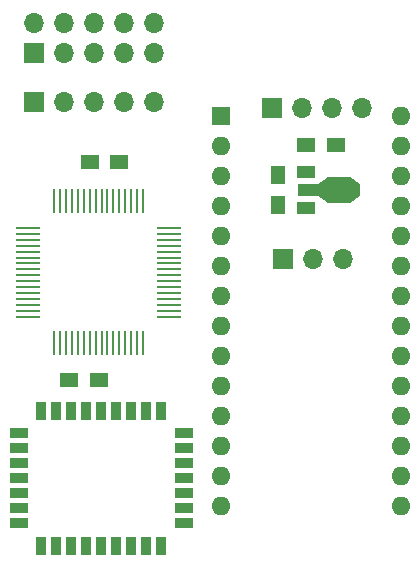
<source format=gts>
G04 #@! TF.FileFunction,Soldermask,Top*
%FSLAX46Y46*%
G04 Gerber Fmt 4.6, Leading zero omitted, Abs format (unit mm)*
G04 Created by KiCad (PCBNEW 4.0.6) date Saturday, October 28, 2017 'PMt' 05:20:16 PM*
%MOMM*%
%LPD*%
G01*
G04 APERTURE LIST*
%ADD10C,0.100000*%
%ADD11R,1.500000X1.250000*%
%ADD12R,2.000000X0.250000*%
%ADD13R,0.250000X2.000000*%
%ADD14R,1.700000X1.700000*%
%ADD15O,1.700000X1.700000*%
%ADD16R,1.600000X1.600000*%
%ADD17O,1.600000X1.600000*%
%ADD18R,0.812800X1.508000*%
%ADD19R,1.508000X0.812800*%
%ADD20R,1.250000X1.500000*%
%ADD21R,1.500000X1.000000*%
%ADD22R,1.800000X1.000000*%
%ADD23R,1.840000X2.200000*%
G04 APERTURE END LIST*
D10*
D11*
X112510000Y-56890000D03*
X115010000Y-56890000D03*
X113260000Y-75300000D03*
X110760000Y-75300000D03*
D12*
X119250000Y-69950000D03*
X119250000Y-69450000D03*
X119250000Y-68950000D03*
X119250000Y-68450000D03*
X119250000Y-67950000D03*
X119250000Y-67450000D03*
X119250000Y-66950000D03*
X119250000Y-66450000D03*
X119250000Y-65950000D03*
X119250000Y-65450000D03*
X119250000Y-64950000D03*
X119250000Y-64450000D03*
X119250000Y-63950000D03*
X119250000Y-63450000D03*
X119250000Y-62950000D03*
X119250000Y-62450000D03*
D13*
X117000000Y-60200000D03*
X116500000Y-60200000D03*
X116000000Y-60200000D03*
X115500000Y-60200000D03*
X115000000Y-60200000D03*
X114500000Y-60200000D03*
X114000000Y-60200000D03*
X113500000Y-60200000D03*
X113000000Y-60200000D03*
X112500000Y-60200000D03*
X112000000Y-60200000D03*
X111500000Y-60200000D03*
X111000000Y-60200000D03*
X110500000Y-60200000D03*
X110000000Y-60200000D03*
X109500000Y-60200000D03*
D12*
X107250000Y-62450000D03*
X107250000Y-62950000D03*
X107250000Y-63450000D03*
X107250000Y-63950000D03*
X107250000Y-64450000D03*
X107250000Y-64950000D03*
X107250000Y-65450000D03*
X107250000Y-65950000D03*
X107250000Y-66450000D03*
X107250000Y-66950000D03*
X107250000Y-67450000D03*
X107250000Y-67950000D03*
X107250000Y-68450000D03*
X107250000Y-68950000D03*
X107250000Y-69450000D03*
X107250000Y-69950000D03*
D13*
X109500000Y-72200000D03*
X110000000Y-72200000D03*
X110500000Y-72200000D03*
X111000000Y-72200000D03*
X111500000Y-72200000D03*
X112000000Y-72200000D03*
X112500000Y-72200000D03*
X113000000Y-72200000D03*
X113500000Y-72200000D03*
X114000000Y-72200000D03*
X114500000Y-72200000D03*
X115000000Y-72200000D03*
X115500000Y-72200000D03*
X116000000Y-72200000D03*
X116500000Y-72200000D03*
X117000000Y-72200000D03*
D14*
X107770000Y-47670000D03*
D15*
X107770000Y-45130000D03*
X110310000Y-47670000D03*
X110310000Y-45130000D03*
X112850000Y-47670000D03*
X112850000Y-45130000D03*
X115390000Y-47670000D03*
X115390000Y-45130000D03*
X117930000Y-47670000D03*
X117930000Y-45130000D03*
D16*
X123600000Y-52980000D03*
D17*
X138840000Y-86000000D03*
X123600000Y-55520000D03*
X138840000Y-83460000D03*
X123600000Y-58060000D03*
X138840000Y-80920000D03*
X123600000Y-60600000D03*
X138840000Y-78380000D03*
X123600000Y-63140000D03*
X138840000Y-75840000D03*
X123600000Y-65680000D03*
X138840000Y-73300000D03*
X123600000Y-68220000D03*
X138840000Y-70760000D03*
X123600000Y-70760000D03*
X138840000Y-68220000D03*
X123600000Y-73300000D03*
X138840000Y-65680000D03*
X123600000Y-75840000D03*
X138840000Y-63140000D03*
X123600000Y-78380000D03*
X138840000Y-60600000D03*
X123600000Y-80920000D03*
X138840000Y-58060000D03*
X123600000Y-83460000D03*
X138840000Y-55520000D03*
X123600000Y-86000000D03*
X138840000Y-52980000D03*
D18*
X108410000Y-89335000D03*
X109680000Y-89335000D03*
X110950000Y-89335000D03*
X112220000Y-89335000D03*
X113490000Y-89335000D03*
X114760000Y-89335000D03*
X116030000Y-89335000D03*
X117300000Y-89335000D03*
X118570000Y-89335000D03*
D19*
X120475000Y-87430000D03*
X120475000Y-86160000D03*
X120475000Y-84890000D03*
X120475000Y-83620000D03*
X120475000Y-82350000D03*
X120475000Y-81080000D03*
X120475000Y-79810000D03*
D18*
X118570000Y-77905000D03*
X117300000Y-77905000D03*
X116030000Y-77905000D03*
X114760000Y-77905000D03*
X113490000Y-77905000D03*
X112220000Y-77905000D03*
X110950000Y-77905000D03*
X109680000Y-77905000D03*
X108410000Y-77905000D03*
D19*
X106505000Y-79810000D03*
X106505000Y-81080000D03*
X106505000Y-82350000D03*
X106505000Y-83620000D03*
X106505000Y-84890000D03*
X106505000Y-86160000D03*
X106505000Y-87430000D03*
D11*
X130830000Y-55400000D03*
X133330000Y-55400000D03*
D20*
X128430000Y-60470000D03*
X128430000Y-57970000D03*
D14*
X128840000Y-65080000D03*
D15*
X131380000Y-65080000D03*
X133920000Y-65080000D03*
D10*
G36*
X134518500Y-58120000D02*
X135368500Y-58720000D01*
X135368500Y-59720000D01*
X134518500Y-60320000D01*
X134518500Y-58120000D01*
X134518500Y-58120000D01*
G37*
D21*
X130796500Y-57720000D03*
D22*
X130943000Y-59220000D03*
D21*
X130796500Y-60720000D03*
D23*
X133610000Y-59220000D03*
D10*
G36*
X132700300Y-60320000D02*
X131700300Y-59620000D01*
X131700300Y-58820000D01*
X132700300Y-58120000D01*
X132700300Y-60320000D01*
X132700300Y-60320000D01*
G37*
D14*
X127970000Y-52290000D03*
D15*
X130510000Y-52290000D03*
X133050000Y-52290000D03*
X135590000Y-52290000D03*
D14*
X107750000Y-51760000D03*
D15*
X110290000Y-51760000D03*
X112830000Y-51760000D03*
X115370000Y-51760000D03*
X117910000Y-51760000D03*
M02*

</source>
